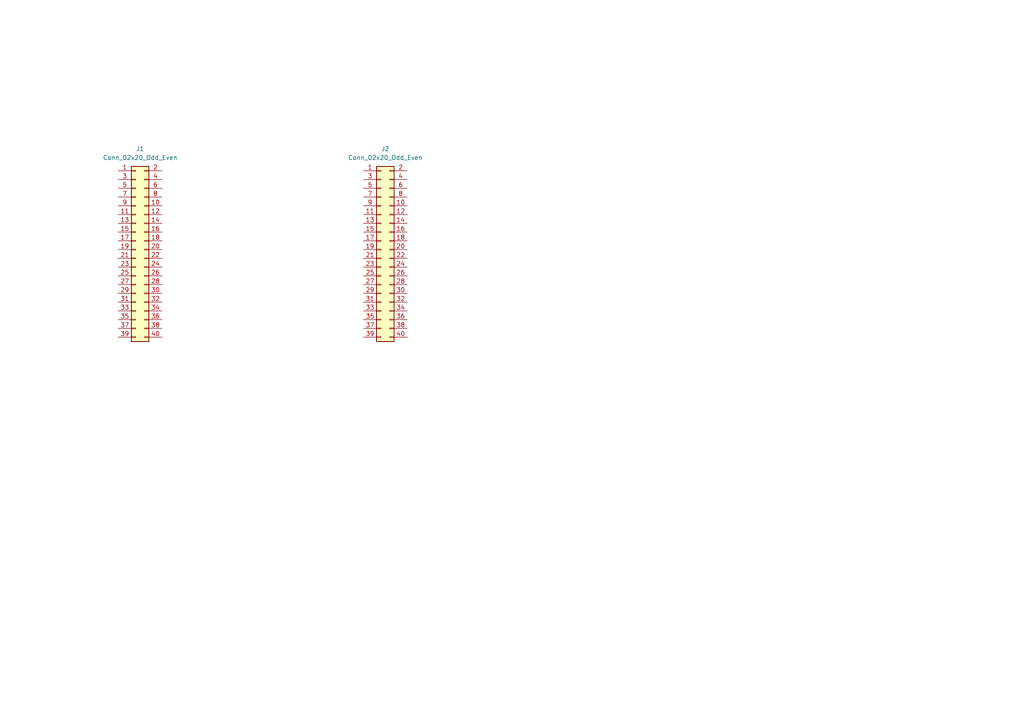
<source format=kicad_sch>
(kicad_sch (version 20250114) (generator "eeschema") (generator_version "9.0")
  (paper "A4")
  (lib_symbols
    (symbol "Connector_Generic:Conn_02x20_Odd_Even" (pin_names (offset 1.016) (hide yes))
      (property "Reference" "J" (at 1.27 25.4 0))
      (property "Value" "Conn_02x20_Odd_Even" (at 1.27 -27.94 0))
      (symbol "Conn_02x20_Odd_Even_1_1"
        (rectangle (start -1.27 24.13) (end 3.81 -26.67) (stroke (width 0.254)) (fill (type background)))
        (rectangle (start -1.27 22.987) (end 0 22.733) (stroke (width 0.1524)))
        (rectangle (start -1.27 20.447) (end 0 20.193) (stroke (width 0.1524)))
        (rectangle (start -1.27 17.907) (end 0 17.653) (stroke (width 0.1524)))
        (rectangle (start -1.27 15.367) (end 0 15.113) (stroke (width 0.1524)))
        (rectangle (start -1.27 12.827) (end 0 12.573) (stroke (width 0.1524)))
        (rectangle (start -1.27 10.287) (end 0 10.033) (stroke (width 0.1524)))
        (rectangle (start -1.27 7.747) (end 0 7.493) (stroke (width 0.1524)))
        (rectangle (start -1.27 5.207) (end 0 4.953) (stroke (width 0.1524)))
        (rectangle (start -1.27 2.667) (end 0 2.413) (stroke (width 0.1524)))
        (rectangle (start -1.27 0.127) (end 0 -0.127) (stroke (width 0.1524)))
        (rectangle (start -1.27 -2.413) (end 0 -2.667) (stroke (width 0.1524)))
        (rectangle (start -1.27 -4.953) (end 0 -5.207) (stroke (width 0.1524)))
        (rectangle (start -1.27 -7.493) (end 0 -7.747) (stroke (width 0.1524)))
        (rectangle (start -1.27 -10.033) (end 0 -10.287) (stroke (width 0.1524)))
        (rectangle (start -1.27 -12.573) (end 0 -12.827) (stroke (width 0.1524)))
        (rectangle (start -1.27 -15.113) (end 0 -15.367) (stroke (width 0.1524)))
        (rectangle (start -1.27 -17.653) (end 0 -17.907) (stroke (width 0.1524)))
        (rectangle (start -1.27 -20.193) (end 0 -20.447) (stroke (width 0.1524)))
        (rectangle (start -1.27 -22.733) (end 0 -22.987) (stroke (width 0.1524)))
        (rectangle (start -1.27 -25.273) (end 0 -25.527) (stroke (width 0.1524)))
        (rectangle (start 3.81 22.987) (end 2.54 22.733) (stroke (width 0.1524)))
        (rectangle (start 3.81 20.447) (end 2.54 20.193) (stroke (width 0.1524)))
        (rectangle (start 3.81 17.907) (end 2.54 17.653) (stroke (width 0.1524)))
        (rectangle (start 3.81 15.367) (end 2.54 15.113) (stroke (width 0.1524)))
        (rectangle (start 3.81 12.827) (end 2.54 12.573) (stroke (width 0.1524)))
        (rectangle (start 3.81 10.287) (end 2.54 10.033) (stroke (width 0.1524)))
        (rectangle (start 3.81 7.747) (end 2.54 7.493) (stroke (width 0.1524)))
        (rectangle (start 3.81 5.207) (end 2.54 4.953) (stroke (width 0.1524)))
        (rectangle (start 3.81 2.667) (end 2.54 2.413) (stroke (width 0.1524)))
        (rectangle (start 3.81 0.127) (end 2.54 -0.127) (stroke (width 0.1524)))
        (rectangle (start 3.81 -2.413) (end 2.54 -2.667) (stroke (width 0.1524)))
        (rectangle (start 3.81 -4.953) (end 2.54 -5.207) (stroke (width 0.1524)))
        (rectangle (start 3.81 -7.493) (end 2.54 -7.747) (stroke (width 0.1524)))
        (rectangle (start 3.81 -10.033) (end 2.54 -10.287) (stroke (width 0.1524)))
        (rectangle (start 3.81 -12.573) (end 2.54 -12.827) (stroke (width 0.1524)))
        (rectangle (start 3.81 -15.113) (end 2.54 -15.367) (stroke (width 0.1524)))
        (rectangle (start 3.81 -17.653) (end 2.54 -17.907) (stroke (width 0.1524)))
        (rectangle (start 3.81 -20.193) (end 2.54 -20.447) (stroke (width 0.1524)))
        (rectangle (start 3.81 -22.733) (end 2.54 -22.987) (stroke (width 0.1524)))
        (rectangle (start 3.81 -25.273) (end 2.54 -25.527) (stroke (width 0.1524)))
        (pin passive line (at -5.08 22.86 0) (length 3.81) (name "Pin_1") (number "1"))
        (pin passive line (at -5.08 20.32 0) (length 3.81) (name "Pin_3") (number "3"))
        (pin passive line (at -5.08 17.78 0) (length 3.81) (name "Pin_5") (number "5"))
        (pin passive line (at -5.08 15.24 0) (length 3.81) (name "Pin_7") (number "7"))
        (pin passive line (at -5.08 12.7 0) (length 3.81) (name "Pin_9") (number "9"))
        (pin passive line (at -5.08 10.16 0) (length 3.81) (name "Pin_11") (number "11"))
        (pin passive line (at -5.08 7.62 0) (length 3.81) (name "Pin_13") (number "13"))
        (pin passive line (at -5.08 5.08 0) (length 3.81) (name "Pin_15") (number "15"))
        (pin passive line (at -5.08 2.54 0) (length 3.81) (name "Pin_17") (number "17"))
        (pin passive line (at -5.08 0 0) (length 3.81) (name "Pin_19") (number "19"))
        (pin passive line (at -5.08 -2.54 0) (length 3.81) (name "Pin_21") (number "21"))
        (pin passive line (at -5.08 -5.08 0) (length 3.81) (name "Pin_23") (number "23"))
        (pin passive line (at -5.08 -7.62 0) (length 3.81) (name "Pin_25") (number "25"))
        (pin passive line (at -5.08 -10.16 0) (length 3.81) (name "Pin_27") (number "27"))
        (pin passive line (at -5.08 -12.7 0) (length 3.81) (name "Pin_29") (number "29"))
        (pin passive line (at -5.08 -15.24 0) (length 3.81) (name "Pin_31") (number "31"))
        (pin passive line (at -5.08 -17.78 0) (length 3.81) (name "Pin_33") (number "33"))
        (pin passive line (at -5.08 -20.32 0) (length 3.81) (name "Pin_35") (number "35"))
        (pin passive line (at -5.08 -22.86 0) (length 3.81) (name "Pin_37") (number "37"))
        (pin passive line (at -5.08 -25.4 0) (length 3.81) (name "Pin_39") (number "39"))
        (pin passive line (at 7.62 22.86 180) (length 3.81) (name "Pin_2") (number "2"))
        (pin passive line (at 7.62 20.32 180) (length 3.81) (name "Pin_4") (number "4"))
        (pin passive line (at 7.62 17.78 180) (length 3.81) (name "Pin_6") (number "6"))
        (pin passive line (at 7.62 15.24 180) (length 3.81) (name "Pin_8") (number "8"))
        (pin passive line (at 7.62 12.7 180) (length 3.81) (name "Pin_10") (number "10"))
        (pin passive line (at 7.62 10.16 180) (length 3.81) (name "Pin_12") (number "12"))
        (pin passive line (at 7.62 7.62 180) (length 3.81) (name "Pin_14") (number "14"))
        (pin passive line (at 7.62 5.08 180) (length 3.81) (name "Pin_16") (number "16"))
        (pin passive line (at 7.62 2.54 180) (length 3.81) (name "Pin_18") (number "18"))
        (pin passive line (at 7.62 0 180) (length 3.81) (name "Pin_20") (number "20"))
        (pin passive line (at 7.62 -2.54 180) (length 3.81) (name "Pin_22") (number "22"))
        (pin passive line (at 7.62 -5.08 180) (length 3.81) (name "Pin_24") (number "24"))
        (pin passive line (at 7.62 -7.62 180) (length 3.81) (name "Pin_26") (number "26"))
        (pin passive line (at 7.62 -10.16 180) (length 3.81) (name "Pin_28") (number "28"))
        (pin passive line (at 7.62 -12.7 180) (length 3.81) (name "Pin_30") (number "30"))
        (pin passive line (at 7.62 -15.24 180) (length 3.81) (name "Pin_32") (number "32"))
        (pin passive line (at 7.62 -17.78 180) (length 3.81) (name "Pin_34") (number "34"))
        (pin passive line (at 7.62 -20.32 180) (length 3.81) (name "Pin_36") (number "36"))
        (pin passive line (at 7.62 -22.86 180) (length 3.81) (name "Pin_38") (number "38"))
        (pin passive line (at 7.62 -25.4 180) (length 3.81) (name "Pin_40") (number "40"))
      )
    )
  )
  (symbol (lib_id "Connector_Generic:Conn_02x20_Odd_Even") (at 39.37 72.39 0) (unit 1)
    (property "Reference" "J1" (at 40.64 43.18 0))
    (property "Value" "Conn_02x20_Odd_Even" (at 40.64 45.72 0))
    (property "Description" "Generic connector, double row, 02x20, odd/even pin numbering scheme (row 1 odd numbers, row 2 even numbers), script generated (kicad-library-utils/schlib/autogen/connector/)" (effects (hide yes)))
  )
  (symbol (lib_id "Connector_Generic:Conn_02x20_Odd_Even") (at 110.49 72.39 0) (unit 1)
    (property "Reference" "J2" (at 111.76 43.18 0))
    (property "Value" "Conn_02x20_Odd_Even" (at 111.76 45.72 0))
    (property "Description" "Generic connector, double row, 02x20, odd/even pin numbering scheme (row 1 odd numbers, row 2 even numbers), script generated (kicad-library-utils/schlib/autogen/connector/)" (effects (hide yes)))
  )
)
</source>
